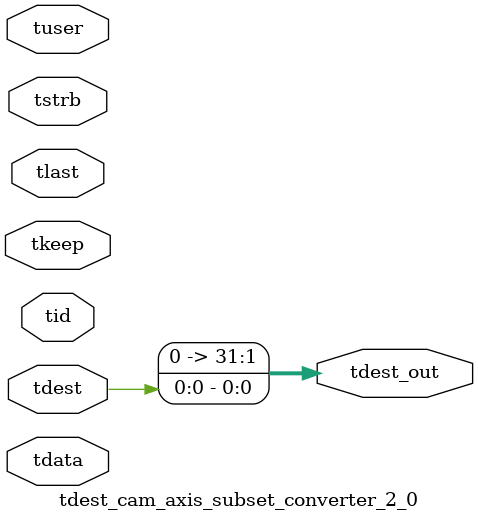
<source format=v>


`timescale 1ps/1ps

module tdest_cam_axis_subset_converter_2_0 #
(
parameter C_S_AXIS_TDATA_WIDTH = 32,
parameter C_S_AXIS_TUSER_WIDTH = 0,
parameter C_S_AXIS_TID_WIDTH   = 0,
parameter C_S_AXIS_TDEST_WIDTH = 0,
parameter C_M_AXIS_TDEST_WIDTH = 32
)
(
input  [(C_S_AXIS_TDATA_WIDTH == 0 ? 1 : C_S_AXIS_TDATA_WIDTH)-1:0     ] tdata,
input  [(C_S_AXIS_TUSER_WIDTH == 0 ? 1 : C_S_AXIS_TUSER_WIDTH)-1:0     ] tuser,
input  [(C_S_AXIS_TID_WIDTH   == 0 ? 1 : C_S_AXIS_TID_WIDTH)-1:0       ] tid,
input  [(C_S_AXIS_TDEST_WIDTH == 0 ? 1 : C_S_AXIS_TDEST_WIDTH)-1:0     ] tdest,
input  [(C_S_AXIS_TDATA_WIDTH/8)-1:0 ] tkeep,
input  [(C_S_AXIS_TDATA_WIDTH/8)-1:0 ] tstrb,
input                                                                    tlast,
output [C_M_AXIS_TDEST_WIDTH-1:0] tdest_out
);

assign tdest_out = {tdest[0:0]};

endmodule


</source>
